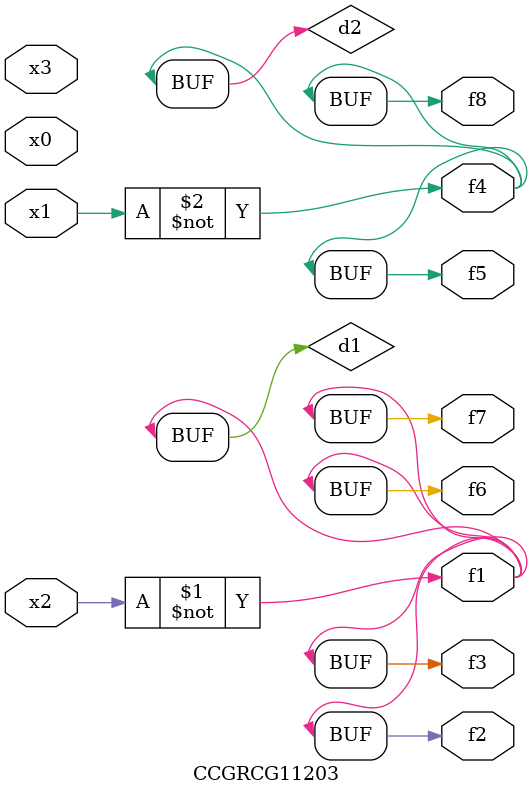
<source format=v>
module CCGRCG11203(
	input x0, x1, x2, x3,
	output f1, f2, f3, f4, f5, f6, f7, f8
);

	wire d1, d2;

	xnor (d1, x2);
	not (d2, x1);
	assign f1 = d1;
	assign f2 = d1;
	assign f3 = d1;
	assign f4 = d2;
	assign f5 = d2;
	assign f6 = d1;
	assign f7 = d1;
	assign f8 = d2;
endmodule

</source>
